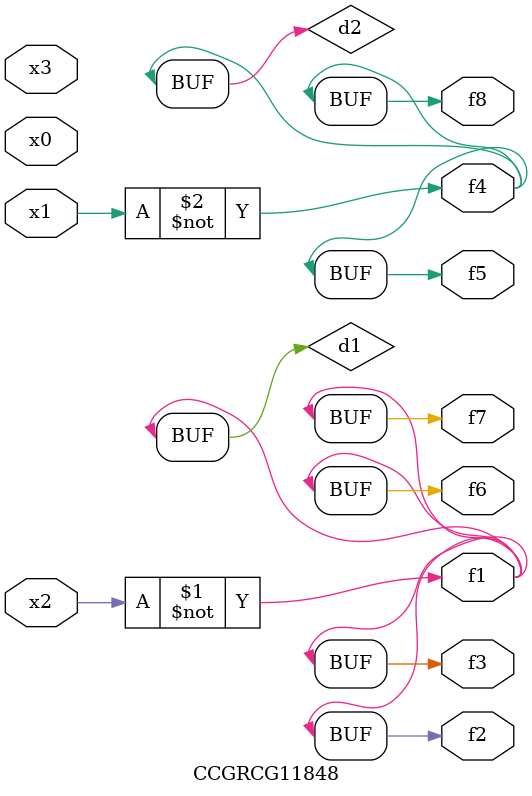
<source format=v>
module CCGRCG11848(
	input x0, x1, x2, x3,
	output f1, f2, f3, f4, f5, f6, f7, f8
);

	wire d1, d2;

	xnor (d1, x2);
	not (d2, x1);
	assign f1 = d1;
	assign f2 = d1;
	assign f3 = d1;
	assign f4 = d2;
	assign f5 = d2;
	assign f6 = d1;
	assign f7 = d1;
	assign f8 = d2;
endmodule

</source>
